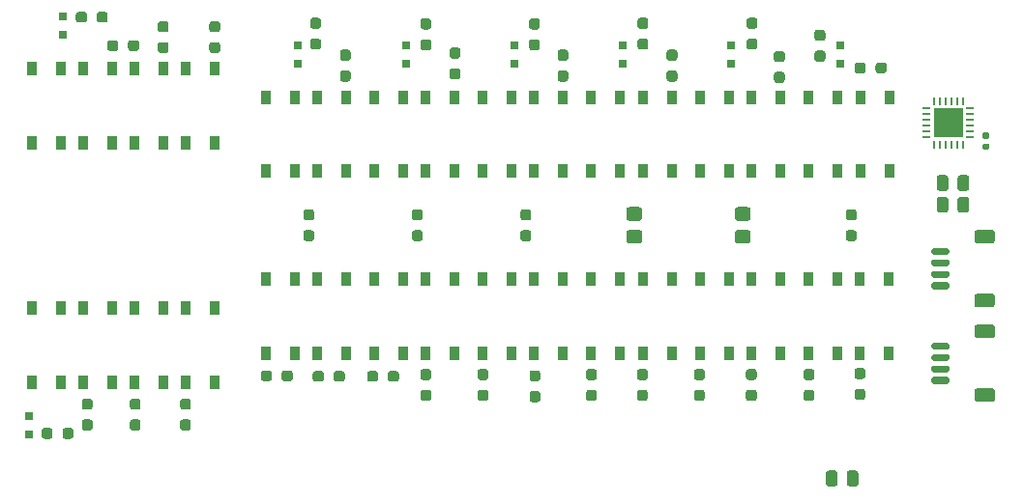
<source format=gtp>
G04 #@! TF.GenerationSoftware,KiCad,Pcbnew,(5.1.10)-1*
G04 #@! TF.CreationDate,2022-05-20T10:44:42-06:00*
G04 #@! TF.ProjectId,Calibrator_02_wResistors,43616c69-6272-4617-946f-725f30325f77,rev?*
G04 #@! TF.SameCoordinates,Original*
G04 #@! TF.FileFunction,Paste,Top*
G04 #@! TF.FilePolarity,Positive*
%FSLAX46Y46*%
G04 Gerber Fmt 4.6, Leading zero omitted, Abs format (unit mm)*
G04 Created by KiCad (PCBNEW (5.1.10)-1) date 2022-05-20 10:44:42*
%MOMM*%
%LPD*%
G01*
G04 APERTURE LIST*
%ADD10R,0.900000X1.199000*%
%ADD11R,0.280000X0.665000*%
%ADD12R,0.665000X0.280000*%
%ADD13R,2.650000X2.650000*%
%ADD14R,0.800000X0.800000*%
G04 APERTURE END LIST*
G36*
G01*
X78012500Y-14337500D02*
X78487500Y-14337500D01*
G75*
G02*
X78725000Y-14575000I0J-237500D01*
G01*
X78725000Y-15075000D01*
G75*
G02*
X78487500Y-15312500I-237500J0D01*
G01*
X78012500Y-15312500D01*
G75*
G02*
X77775000Y-15075000I0J237500D01*
G01*
X77775000Y-14575000D01*
G75*
G02*
X78012500Y-14337500I237500J0D01*
G01*
G37*
G36*
G01*
X78012500Y-12512500D02*
X78487500Y-12512500D01*
G75*
G02*
X78725000Y-12750000I0J-237500D01*
G01*
X78725000Y-13250000D01*
G75*
G02*
X78487500Y-13487500I-237500J0D01*
G01*
X78012500Y-13487500D01*
G75*
G02*
X77775000Y-13250000I0J237500D01*
G01*
X77775000Y-12750000D01*
G75*
G02*
X78012500Y-12512500I237500J0D01*
G01*
G37*
G36*
G01*
X73562500Y-14425000D02*
X74037500Y-14425000D01*
G75*
G02*
X74275000Y-14662500I0J-237500D01*
G01*
X74275000Y-15162500D01*
G75*
G02*
X74037500Y-15400000I-237500J0D01*
G01*
X73562500Y-15400000D01*
G75*
G02*
X73325000Y-15162500I0J237500D01*
G01*
X73325000Y-14662500D01*
G75*
G02*
X73562500Y-14425000I237500J0D01*
G01*
G37*
G36*
G01*
X73562500Y-12600000D02*
X74037500Y-12600000D01*
G75*
G02*
X74275000Y-12837500I0J-237500D01*
G01*
X74275000Y-13337500D01*
G75*
G02*
X74037500Y-13575000I-237500J0D01*
G01*
X73562500Y-13575000D01*
G75*
G02*
X73325000Y-13337500I0J237500D01*
G01*
X73325000Y-12837500D01*
G75*
G02*
X73562500Y-12600000I237500J0D01*
G01*
G37*
G36*
G01*
X68512500Y-14425000D02*
X68987500Y-14425000D01*
G75*
G02*
X69225000Y-14662500I0J-237500D01*
G01*
X69225000Y-15162500D01*
G75*
G02*
X68987500Y-15400000I-237500J0D01*
G01*
X68512500Y-15400000D01*
G75*
G02*
X68275000Y-15162500I0J237500D01*
G01*
X68275000Y-14662500D01*
G75*
G02*
X68512500Y-14425000I237500J0D01*
G01*
G37*
G36*
G01*
X68512500Y-12600000D02*
X68987500Y-12600000D01*
G75*
G02*
X69225000Y-12837500I0J-237500D01*
G01*
X69225000Y-13337500D01*
G75*
G02*
X68987500Y-13575000I-237500J0D01*
G01*
X68512500Y-13575000D01*
G75*
G02*
X68275000Y-13337500I0J237500D01*
G01*
X68275000Y-12837500D01*
G75*
G02*
X68512500Y-12600000I237500J0D01*
G01*
G37*
G36*
G01*
X63962500Y-14425000D02*
X64437500Y-14425000D01*
G75*
G02*
X64675000Y-14662500I0J-237500D01*
G01*
X64675000Y-15162500D01*
G75*
G02*
X64437500Y-15400000I-237500J0D01*
G01*
X63962500Y-15400000D01*
G75*
G02*
X63725000Y-15162500I0J237500D01*
G01*
X63725000Y-14662500D01*
G75*
G02*
X63962500Y-14425000I237500J0D01*
G01*
G37*
G36*
G01*
X63962500Y-12600000D02*
X64437500Y-12600000D01*
G75*
G02*
X64675000Y-12837500I0J-237500D01*
G01*
X64675000Y-13337500D01*
G75*
G02*
X64437500Y-13575000I-237500J0D01*
G01*
X63962500Y-13575000D01*
G75*
G02*
X63725000Y-13337500I0J237500D01*
G01*
X63725000Y-12837500D01*
G75*
G02*
X63962500Y-12600000I237500J0D01*
G01*
G37*
G36*
G01*
X58962500Y-14425000D02*
X59437500Y-14425000D01*
G75*
G02*
X59675000Y-14662500I0J-237500D01*
G01*
X59675000Y-15162500D01*
G75*
G02*
X59437500Y-15400000I-237500J0D01*
G01*
X58962500Y-15400000D01*
G75*
G02*
X58725000Y-15162500I0J237500D01*
G01*
X58725000Y-14662500D01*
G75*
G02*
X58962500Y-14425000I237500J0D01*
G01*
G37*
G36*
G01*
X58962500Y-12600000D02*
X59437500Y-12600000D01*
G75*
G02*
X59675000Y-12837500I0J-237500D01*
G01*
X59675000Y-13337500D01*
G75*
G02*
X59437500Y-13575000I-237500J0D01*
G01*
X58962500Y-13575000D01*
G75*
G02*
X58725000Y-13337500I0J237500D01*
G01*
X58725000Y-12837500D01*
G75*
G02*
X58962500Y-12600000I237500J0D01*
G01*
G37*
G36*
G01*
X54512500Y-14425000D02*
X54987500Y-14425000D01*
G75*
G02*
X55225000Y-14662500I0J-237500D01*
G01*
X55225000Y-15162500D01*
G75*
G02*
X54987500Y-15400000I-237500J0D01*
G01*
X54512500Y-15400000D01*
G75*
G02*
X54275000Y-15162500I0J237500D01*
G01*
X54275000Y-14662500D01*
G75*
G02*
X54512500Y-14425000I237500J0D01*
G01*
G37*
G36*
G01*
X54512500Y-12600000D02*
X54987500Y-12600000D01*
G75*
G02*
X55225000Y-12837500I0J-237500D01*
G01*
X55225000Y-13337500D01*
G75*
G02*
X54987500Y-13575000I-237500J0D01*
G01*
X54512500Y-13575000D01*
G75*
G02*
X54275000Y-13337500I0J237500D01*
G01*
X54275000Y-12837500D01*
G75*
G02*
X54512500Y-12600000I237500J0D01*
G01*
G37*
G36*
G01*
X49562500Y-14537500D02*
X50037500Y-14537500D01*
G75*
G02*
X50275000Y-14775000I0J-237500D01*
G01*
X50275000Y-15275000D01*
G75*
G02*
X50037500Y-15512500I-237500J0D01*
G01*
X49562500Y-15512500D01*
G75*
G02*
X49325000Y-15275000I0J237500D01*
G01*
X49325000Y-14775000D01*
G75*
G02*
X49562500Y-14537500I237500J0D01*
G01*
G37*
G36*
G01*
X49562500Y-12712500D02*
X50037500Y-12712500D01*
G75*
G02*
X50275000Y-12950000I0J-237500D01*
G01*
X50275000Y-13450000D01*
G75*
G02*
X50037500Y-13687500I-237500J0D01*
G01*
X49562500Y-13687500D01*
G75*
G02*
X49325000Y-13450000I0J237500D01*
G01*
X49325000Y-12950000D01*
G75*
G02*
X49562500Y-12712500I237500J0D01*
G01*
G37*
G36*
G01*
X45012500Y-14425000D02*
X45487500Y-14425000D01*
G75*
G02*
X45725000Y-14662500I0J-237500D01*
G01*
X45725000Y-15162500D01*
G75*
G02*
X45487500Y-15400000I-237500J0D01*
G01*
X45012500Y-15400000D01*
G75*
G02*
X44775000Y-15162500I0J237500D01*
G01*
X44775000Y-14662500D01*
G75*
G02*
X45012500Y-14425000I237500J0D01*
G01*
G37*
G36*
G01*
X45012500Y-12600000D02*
X45487500Y-12600000D01*
G75*
G02*
X45725000Y-12837500I0J-237500D01*
G01*
X45725000Y-13337500D01*
G75*
G02*
X45487500Y-13575000I-237500J0D01*
G01*
X45012500Y-13575000D01*
G75*
G02*
X44775000Y-13337500I0J237500D01*
G01*
X44775000Y-12837500D01*
G75*
G02*
X45012500Y-12600000I237500J0D01*
G01*
G37*
G36*
G01*
X40012500Y-14425000D02*
X40487500Y-14425000D01*
G75*
G02*
X40725000Y-14662500I0J-237500D01*
G01*
X40725000Y-15162500D01*
G75*
G02*
X40487500Y-15400000I-237500J0D01*
G01*
X40012500Y-15400000D01*
G75*
G02*
X39775000Y-15162500I0J237500D01*
G01*
X39775000Y-14662500D01*
G75*
G02*
X40012500Y-14425000I237500J0D01*
G01*
G37*
G36*
G01*
X40012500Y-12600000D02*
X40487500Y-12600000D01*
G75*
G02*
X40725000Y-12837500I0J-237500D01*
G01*
X40725000Y-13337500D01*
G75*
G02*
X40487500Y-13575000I-237500J0D01*
G01*
X40012500Y-13575000D01*
G75*
G02*
X39775000Y-13337500I0J237500D01*
G01*
X39775000Y-12837500D01*
G75*
G02*
X40012500Y-12600000I237500J0D01*
G01*
G37*
G36*
G01*
X36925000Y-13487500D02*
X36925000Y-13012500D01*
G75*
G02*
X37162500Y-12775000I237500J0D01*
G01*
X37662500Y-12775000D01*
G75*
G02*
X37900000Y-13012500I0J-237500D01*
G01*
X37900000Y-13487500D01*
G75*
G02*
X37662500Y-13725000I-237500J0D01*
G01*
X37162500Y-13725000D01*
G75*
G02*
X36925000Y-13487500I0J237500D01*
G01*
G37*
G36*
G01*
X35100000Y-13487500D02*
X35100000Y-13012500D01*
G75*
G02*
X35337500Y-12775000I237500J0D01*
G01*
X35837500Y-12775000D01*
G75*
G02*
X36075000Y-13012500I0J-237500D01*
G01*
X36075000Y-13487500D01*
G75*
G02*
X35837500Y-13725000I-237500J0D01*
G01*
X35337500Y-13725000D01*
G75*
G02*
X35100000Y-13487500I0J237500D01*
G01*
G37*
G36*
G01*
X32175000Y-13487500D02*
X32175000Y-13012500D01*
G75*
G02*
X32412500Y-12775000I237500J0D01*
G01*
X32912500Y-12775000D01*
G75*
G02*
X33150000Y-13012500I0J-237500D01*
G01*
X33150000Y-13487500D01*
G75*
G02*
X32912500Y-13725000I-237500J0D01*
G01*
X32412500Y-13725000D01*
G75*
G02*
X32175000Y-13487500I0J237500D01*
G01*
G37*
G36*
G01*
X30350000Y-13487500D02*
X30350000Y-13012500D01*
G75*
G02*
X30587500Y-12775000I237500J0D01*
G01*
X31087500Y-12775000D01*
G75*
G02*
X31325000Y-13012500I0J-237500D01*
G01*
X31325000Y-13487500D01*
G75*
G02*
X31087500Y-13725000I-237500J0D01*
G01*
X30587500Y-13725000D01*
G75*
G02*
X30350000Y-13487500I0J237500D01*
G01*
G37*
G36*
G01*
X27625000Y-13437500D02*
X27625000Y-12962500D01*
G75*
G02*
X27862500Y-12725000I237500J0D01*
G01*
X28362500Y-12725000D01*
G75*
G02*
X28600000Y-12962500I0J-237500D01*
G01*
X28600000Y-13437500D01*
G75*
G02*
X28362500Y-13675000I-237500J0D01*
G01*
X27862500Y-13675000D01*
G75*
G02*
X27625000Y-13437500I0J237500D01*
G01*
G37*
G36*
G01*
X25800000Y-13437500D02*
X25800000Y-12962500D01*
G75*
G02*
X26037500Y-12725000I237500J0D01*
G01*
X26537500Y-12725000D01*
G75*
G02*
X26775000Y-12962500I0J-237500D01*
G01*
X26775000Y-13437500D01*
G75*
G02*
X26537500Y-13675000I-237500J0D01*
G01*
X26037500Y-13675000D01*
G75*
G02*
X25800000Y-13437500I0J237500D01*
G01*
G37*
G36*
G01*
X79625000Y13562500D02*
X79625000Y14037500D01*
G75*
G02*
X79862500Y14275000I237500J0D01*
G01*
X80362500Y14275000D01*
G75*
G02*
X80600000Y14037500I0J-237500D01*
G01*
X80600000Y13562500D01*
G75*
G02*
X80362500Y13325000I-237500J0D01*
G01*
X79862500Y13325000D01*
G75*
G02*
X79625000Y13562500I0J237500D01*
G01*
G37*
G36*
G01*
X77800000Y13562500D02*
X77800000Y14037500D01*
G75*
G02*
X78037500Y14275000I237500J0D01*
G01*
X78537500Y14275000D01*
G75*
G02*
X78775000Y14037500I0J-237500D01*
G01*
X78775000Y13562500D01*
G75*
G02*
X78537500Y13325000I-237500J0D01*
G01*
X78037500Y13325000D01*
G75*
G02*
X77800000Y13562500I0J237500D01*
G01*
G37*
G36*
G01*
X70962500Y13462500D02*
X71437500Y13462500D01*
G75*
G02*
X71675000Y13225000I0J-237500D01*
G01*
X71675000Y12725000D01*
G75*
G02*
X71437500Y12487500I-237500J0D01*
G01*
X70962500Y12487500D01*
G75*
G02*
X70725000Y12725000I0J237500D01*
G01*
X70725000Y13225000D01*
G75*
G02*
X70962500Y13462500I237500J0D01*
G01*
G37*
G36*
G01*
X70962500Y15287500D02*
X71437500Y15287500D01*
G75*
G02*
X71675000Y15050000I0J-237500D01*
G01*
X71675000Y14550000D01*
G75*
G02*
X71437500Y14312500I-237500J0D01*
G01*
X70962500Y14312500D01*
G75*
G02*
X70725000Y14550000I0J237500D01*
G01*
X70725000Y15050000D01*
G75*
G02*
X70962500Y15287500I237500J0D01*
G01*
G37*
G36*
G01*
X61562500Y13575000D02*
X62037500Y13575000D01*
G75*
G02*
X62275000Y13337500I0J-237500D01*
G01*
X62275000Y12837500D01*
G75*
G02*
X62037500Y12600000I-237500J0D01*
G01*
X61562500Y12600000D01*
G75*
G02*
X61325000Y12837500I0J237500D01*
G01*
X61325000Y13337500D01*
G75*
G02*
X61562500Y13575000I237500J0D01*
G01*
G37*
G36*
G01*
X61562500Y15400000D02*
X62037500Y15400000D01*
G75*
G02*
X62275000Y15162500I0J-237500D01*
G01*
X62275000Y14662500D01*
G75*
G02*
X62037500Y14425000I-237500J0D01*
G01*
X61562500Y14425000D01*
G75*
G02*
X61325000Y14662500I0J237500D01*
G01*
X61325000Y15162500D01*
G75*
G02*
X61562500Y15400000I237500J0D01*
G01*
G37*
G36*
G01*
X52012500Y13575000D02*
X52487500Y13575000D01*
G75*
G02*
X52725000Y13337500I0J-237500D01*
G01*
X52725000Y12837500D01*
G75*
G02*
X52487500Y12600000I-237500J0D01*
G01*
X52012500Y12600000D01*
G75*
G02*
X51775000Y12837500I0J237500D01*
G01*
X51775000Y13337500D01*
G75*
G02*
X52012500Y13575000I237500J0D01*
G01*
G37*
G36*
G01*
X52012500Y15400000D02*
X52487500Y15400000D01*
G75*
G02*
X52725000Y15162500I0J-237500D01*
G01*
X52725000Y14662500D01*
G75*
G02*
X52487500Y14425000I-237500J0D01*
G01*
X52012500Y14425000D01*
G75*
G02*
X51775000Y14662500I0J237500D01*
G01*
X51775000Y15162500D01*
G75*
G02*
X52012500Y15400000I237500J0D01*
G01*
G37*
G36*
G01*
X42562500Y13775000D02*
X43037500Y13775000D01*
G75*
G02*
X43275000Y13537500I0J-237500D01*
G01*
X43275000Y13037500D01*
G75*
G02*
X43037500Y12800000I-237500J0D01*
G01*
X42562500Y12800000D01*
G75*
G02*
X42325000Y13037500I0J237500D01*
G01*
X42325000Y13537500D01*
G75*
G02*
X42562500Y13775000I237500J0D01*
G01*
G37*
G36*
G01*
X42562500Y15600000D02*
X43037500Y15600000D01*
G75*
G02*
X43275000Y15362500I0J-237500D01*
G01*
X43275000Y14862500D01*
G75*
G02*
X43037500Y14625000I-237500J0D01*
G01*
X42562500Y14625000D01*
G75*
G02*
X42325000Y14862500I0J237500D01*
G01*
X42325000Y15362500D01*
G75*
G02*
X42562500Y15600000I237500J0D01*
G01*
G37*
G36*
G01*
X32962500Y13575000D02*
X33437500Y13575000D01*
G75*
G02*
X33675000Y13337500I0J-237500D01*
G01*
X33675000Y12837500D01*
G75*
G02*
X33437500Y12600000I-237500J0D01*
G01*
X32962500Y12600000D01*
G75*
G02*
X32725000Y12837500I0J237500D01*
G01*
X32725000Y13337500D01*
G75*
G02*
X32962500Y13575000I237500J0D01*
G01*
G37*
G36*
G01*
X32962500Y15400000D02*
X33437500Y15400000D01*
G75*
G02*
X33675000Y15162500I0J-237500D01*
G01*
X33675000Y14662500D01*
G75*
G02*
X33437500Y14425000I-237500J0D01*
G01*
X32962500Y14425000D01*
G75*
G02*
X32725000Y14662500I0J237500D01*
G01*
X32725000Y15162500D01*
G75*
G02*
X32962500Y15400000I237500J0D01*
G01*
G37*
G36*
G01*
X74512500Y15325000D02*
X74987500Y15325000D01*
G75*
G02*
X75225000Y15087500I0J-237500D01*
G01*
X75225000Y14587500D01*
G75*
G02*
X74987500Y14350000I-237500J0D01*
G01*
X74512500Y14350000D01*
G75*
G02*
X74275000Y14587500I0J237500D01*
G01*
X74275000Y15087500D01*
G75*
G02*
X74512500Y15325000I237500J0D01*
G01*
G37*
G36*
G01*
X74512500Y17150000D02*
X74987500Y17150000D01*
G75*
G02*
X75225000Y16912500I0J-237500D01*
G01*
X75225000Y16412500D01*
G75*
G02*
X74987500Y16175000I-237500J0D01*
G01*
X74512500Y16175000D01*
G75*
G02*
X74275000Y16412500I0J237500D01*
G01*
X74275000Y16912500D01*
G75*
G02*
X74512500Y17150000I237500J0D01*
G01*
G37*
G36*
G01*
X68562500Y16375000D02*
X69037500Y16375000D01*
G75*
G02*
X69275000Y16137500I0J-237500D01*
G01*
X69275000Y15637500D01*
G75*
G02*
X69037500Y15400000I-237500J0D01*
G01*
X68562500Y15400000D01*
G75*
G02*
X68325000Y15637500I0J237500D01*
G01*
X68325000Y16137500D01*
G75*
G02*
X68562500Y16375000I237500J0D01*
G01*
G37*
G36*
G01*
X68562500Y18200000D02*
X69037500Y18200000D01*
G75*
G02*
X69275000Y17962500I0J-237500D01*
G01*
X69275000Y17462500D01*
G75*
G02*
X69037500Y17225000I-237500J0D01*
G01*
X68562500Y17225000D01*
G75*
G02*
X68325000Y17462500I0J237500D01*
G01*
X68325000Y17962500D01*
G75*
G02*
X68562500Y18200000I237500J0D01*
G01*
G37*
G36*
G01*
X59012500Y16375000D02*
X59487500Y16375000D01*
G75*
G02*
X59725000Y16137500I0J-237500D01*
G01*
X59725000Y15637500D01*
G75*
G02*
X59487500Y15400000I-237500J0D01*
G01*
X59012500Y15400000D01*
G75*
G02*
X58775000Y15637500I0J237500D01*
G01*
X58775000Y16137500D01*
G75*
G02*
X59012500Y16375000I237500J0D01*
G01*
G37*
G36*
G01*
X59012500Y18200000D02*
X59487500Y18200000D01*
G75*
G02*
X59725000Y17962500I0J-237500D01*
G01*
X59725000Y17462500D01*
G75*
G02*
X59487500Y17225000I-237500J0D01*
G01*
X59012500Y17225000D01*
G75*
G02*
X58775000Y17462500I0J237500D01*
G01*
X58775000Y17962500D01*
G75*
G02*
X59012500Y18200000I237500J0D01*
G01*
G37*
G36*
G01*
X49512500Y16325000D02*
X49987500Y16325000D01*
G75*
G02*
X50225000Y16087500I0J-237500D01*
G01*
X50225000Y15587500D01*
G75*
G02*
X49987500Y15350000I-237500J0D01*
G01*
X49512500Y15350000D01*
G75*
G02*
X49275000Y15587500I0J237500D01*
G01*
X49275000Y16087500D01*
G75*
G02*
X49512500Y16325000I237500J0D01*
G01*
G37*
G36*
G01*
X49512500Y18150000D02*
X49987500Y18150000D01*
G75*
G02*
X50225000Y17912500I0J-237500D01*
G01*
X50225000Y17412500D01*
G75*
G02*
X49987500Y17175000I-237500J0D01*
G01*
X49512500Y17175000D01*
G75*
G02*
X49275000Y17412500I0J237500D01*
G01*
X49275000Y17912500D01*
G75*
G02*
X49512500Y18150000I237500J0D01*
G01*
G37*
G36*
G01*
X40012500Y16325000D02*
X40487500Y16325000D01*
G75*
G02*
X40725000Y16087500I0J-237500D01*
G01*
X40725000Y15587500D01*
G75*
G02*
X40487500Y15350000I-237500J0D01*
G01*
X40012500Y15350000D01*
G75*
G02*
X39775000Y15587500I0J237500D01*
G01*
X39775000Y16087500D01*
G75*
G02*
X40012500Y16325000I237500J0D01*
G01*
G37*
G36*
G01*
X40012500Y18150000D02*
X40487500Y18150000D01*
G75*
G02*
X40725000Y17912500I0J-237500D01*
G01*
X40725000Y17412500D01*
G75*
G02*
X40487500Y17175000I-237500J0D01*
G01*
X40012500Y17175000D01*
G75*
G02*
X39775000Y17412500I0J237500D01*
G01*
X39775000Y17912500D01*
G75*
G02*
X40012500Y18150000I237500J0D01*
G01*
G37*
G36*
G01*
X30362500Y16375000D02*
X30837500Y16375000D01*
G75*
G02*
X31075000Y16137500I0J-237500D01*
G01*
X31075000Y15637500D01*
G75*
G02*
X30837500Y15400000I-237500J0D01*
G01*
X30362500Y15400000D01*
G75*
G02*
X30125000Y15637500I0J237500D01*
G01*
X30125000Y16137500D01*
G75*
G02*
X30362500Y16375000I237500J0D01*
G01*
G37*
G36*
G01*
X30362500Y18200000D02*
X30837500Y18200000D01*
G75*
G02*
X31075000Y17962500I0J-237500D01*
G01*
X31075000Y17462500D01*
G75*
G02*
X30837500Y17225000I-237500J0D01*
G01*
X30362500Y17225000D01*
G75*
G02*
X30125000Y17462500I0J237500D01*
G01*
X30125000Y17962500D01*
G75*
G02*
X30362500Y18200000I237500J0D01*
G01*
G37*
G36*
G01*
X11425000Y18012500D02*
X11425000Y18487500D01*
G75*
G02*
X11662500Y18725000I237500J0D01*
G01*
X12162500Y18725000D01*
G75*
G02*
X12400000Y18487500I0J-237500D01*
G01*
X12400000Y18012500D01*
G75*
G02*
X12162500Y17775000I-237500J0D01*
G01*
X11662500Y17775000D01*
G75*
G02*
X11425000Y18012500I0J237500D01*
G01*
G37*
G36*
G01*
X9600000Y18012500D02*
X9600000Y18487500D01*
G75*
G02*
X9837500Y18725000I237500J0D01*
G01*
X10337500Y18725000D01*
G75*
G02*
X10575000Y18487500I0J-237500D01*
G01*
X10575000Y18012500D01*
G75*
G02*
X10337500Y17775000I-237500J0D01*
G01*
X9837500Y17775000D01*
G75*
G02*
X9600000Y18012500I0J237500D01*
G01*
G37*
G36*
G01*
X17487500Y16925000D02*
X17012500Y16925000D01*
G75*
G02*
X16775000Y17162500I0J237500D01*
G01*
X16775000Y17662500D01*
G75*
G02*
X17012500Y17900000I237500J0D01*
G01*
X17487500Y17900000D01*
G75*
G02*
X17725000Y17662500I0J-237500D01*
G01*
X17725000Y17162500D01*
G75*
G02*
X17487500Y16925000I-237500J0D01*
G01*
G37*
G36*
G01*
X17487500Y15100000D02*
X17012500Y15100000D01*
G75*
G02*
X16775000Y15337500I0J237500D01*
G01*
X16775000Y15837500D01*
G75*
G02*
X17012500Y16075000I237500J0D01*
G01*
X17487500Y16075000D01*
G75*
G02*
X17725000Y15837500I0J-237500D01*
G01*
X17725000Y15337500D01*
G75*
G02*
X17487500Y15100000I-237500J0D01*
G01*
G37*
G36*
G01*
X14175000Y15512500D02*
X14175000Y15987500D01*
G75*
G02*
X14412500Y16225000I237500J0D01*
G01*
X14912500Y16225000D01*
G75*
G02*
X15150000Y15987500I0J-237500D01*
G01*
X15150000Y15512500D01*
G75*
G02*
X14912500Y15275000I-237500J0D01*
G01*
X14412500Y15275000D01*
G75*
G02*
X14175000Y15512500I0J237500D01*
G01*
G37*
G36*
G01*
X12350000Y15512500D02*
X12350000Y15987500D01*
G75*
G02*
X12587500Y16225000I237500J0D01*
G01*
X13087500Y16225000D01*
G75*
G02*
X13325000Y15987500I0J-237500D01*
G01*
X13325000Y15512500D01*
G75*
G02*
X13087500Y15275000I-237500J0D01*
G01*
X12587500Y15275000D01*
G75*
G02*
X12350000Y15512500I0J237500D01*
G01*
G37*
G36*
G01*
X21997500Y16925000D02*
X21522500Y16925000D01*
G75*
G02*
X21285000Y17162500I0J237500D01*
G01*
X21285000Y17662500D01*
G75*
G02*
X21522500Y17900000I237500J0D01*
G01*
X21997500Y17900000D01*
G75*
G02*
X22235000Y17662500I0J-237500D01*
G01*
X22235000Y17162500D01*
G75*
G02*
X21997500Y16925000I-237500J0D01*
G01*
G37*
G36*
G01*
X21997500Y15100000D02*
X21522500Y15100000D01*
G75*
G02*
X21285000Y15337500I0J237500D01*
G01*
X21285000Y15837500D01*
G75*
G02*
X21522500Y16075000I237500J0D01*
G01*
X21997500Y16075000D01*
G75*
G02*
X22235000Y15837500I0J-237500D01*
G01*
X22235000Y15337500D01*
G75*
G02*
X21997500Y15100000I-237500J0D01*
G01*
G37*
G36*
G01*
X10837500Y-16175000D02*
X10362500Y-16175000D01*
G75*
G02*
X10125000Y-15937500I0J237500D01*
G01*
X10125000Y-15437500D01*
G75*
G02*
X10362500Y-15200000I237500J0D01*
G01*
X10837500Y-15200000D01*
G75*
G02*
X11075000Y-15437500I0J-237500D01*
G01*
X11075000Y-15937500D01*
G75*
G02*
X10837500Y-16175000I-237500J0D01*
G01*
G37*
G36*
G01*
X10837500Y-18000000D02*
X10362500Y-18000000D01*
G75*
G02*
X10125000Y-17762500I0J237500D01*
G01*
X10125000Y-17262500D01*
G75*
G02*
X10362500Y-17025000I237500J0D01*
G01*
X10837500Y-17025000D01*
G75*
G02*
X11075000Y-17262500I0J-237500D01*
G01*
X11075000Y-17762500D01*
G75*
G02*
X10837500Y-18000000I-237500J0D01*
G01*
G37*
G36*
G01*
X15037500Y-16175000D02*
X14562500Y-16175000D01*
G75*
G02*
X14325000Y-15937500I0J237500D01*
G01*
X14325000Y-15437500D01*
G75*
G02*
X14562500Y-15200000I237500J0D01*
G01*
X15037500Y-15200000D01*
G75*
G02*
X15275000Y-15437500I0J-237500D01*
G01*
X15275000Y-15937500D01*
G75*
G02*
X15037500Y-16175000I-237500J0D01*
G01*
G37*
G36*
G01*
X15037500Y-18000000D02*
X14562500Y-18000000D01*
G75*
G02*
X14325000Y-17762500I0J237500D01*
G01*
X14325000Y-17262500D01*
G75*
G02*
X14562500Y-17025000I237500J0D01*
G01*
X15037500Y-17025000D01*
G75*
G02*
X15275000Y-17262500I0J-237500D01*
G01*
X15275000Y-17762500D01*
G75*
G02*
X15037500Y-18000000I-237500J0D01*
G01*
G37*
G36*
G01*
X19437500Y-16175000D02*
X18962500Y-16175000D01*
G75*
G02*
X18725000Y-15937500I0J237500D01*
G01*
X18725000Y-15437500D01*
G75*
G02*
X18962500Y-15200000I237500J0D01*
G01*
X19437500Y-15200000D01*
G75*
G02*
X19675000Y-15437500I0J-237500D01*
G01*
X19675000Y-15937500D01*
G75*
G02*
X19437500Y-16175000I-237500J0D01*
G01*
G37*
G36*
G01*
X19437500Y-18000000D02*
X18962500Y-18000000D01*
G75*
G02*
X18725000Y-17762500I0J237500D01*
G01*
X18725000Y-17262500D01*
G75*
G02*
X18962500Y-17025000I237500J0D01*
G01*
X19437500Y-17025000D01*
G75*
G02*
X19675000Y-17262500I0J-237500D01*
G01*
X19675000Y-17762500D01*
G75*
G02*
X19437500Y-18000000I-237500J0D01*
G01*
G37*
G36*
G01*
X7575000Y-18012500D02*
X7575000Y-18487500D01*
G75*
G02*
X7337500Y-18725000I-237500J0D01*
G01*
X6837500Y-18725000D01*
G75*
G02*
X6600000Y-18487500I0J237500D01*
G01*
X6600000Y-18012500D01*
G75*
G02*
X6837500Y-17775000I237500J0D01*
G01*
X7337500Y-17775000D01*
G75*
G02*
X7575000Y-18012500I0J-237500D01*
G01*
G37*
G36*
G01*
X9400000Y-18012500D02*
X9400000Y-18487500D01*
G75*
G02*
X9162500Y-18725000I-237500J0D01*
G01*
X8662500Y-18725000D01*
G75*
G02*
X8425000Y-18487500I0J237500D01*
G01*
X8425000Y-18012500D01*
G75*
G02*
X8662500Y-17775000I237500J0D01*
G01*
X9162500Y-17775000D01*
G75*
G02*
X9400000Y-18012500I0J-237500D01*
G01*
G37*
D10*
X78230000Y-4750000D03*
X80770000Y-4750000D03*
X80770000Y-11250000D03*
X78230000Y-11250000D03*
X80870000Y4750000D03*
X78330000Y4750000D03*
X78330000Y11250000D03*
X80870000Y11250000D03*
X73730000Y-4750000D03*
X76270000Y-4750000D03*
X76270000Y-11250000D03*
X73730000Y-11250000D03*
X76270000Y4750000D03*
X73730000Y4750000D03*
X73730000Y11250000D03*
X76270000Y11250000D03*
X68730000Y-4750000D03*
X71270000Y-4750000D03*
X71270000Y-11250000D03*
X68730000Y-11250000D03*
X71270000Y4750000D03*
X68730000Y4750000D03*
X68730000Y11250000D03*
X71270000Y11250000D03*
X64230000Y-4750000D03*
X66770000Y-4750000D03*
X66770000Y-11250000D03*
X64230000Y-11250000D03*
X66770000Y4750000D03*
X64230000Y4750000D03*
X64230000Y11250000D03*
X66770000Y11250000D03*
X59230000Y-4750000D03*
X61770000Y-4750000D03*
X61770000Y-11250000D03*
X59230000Y-11250000D03*
X61770000Y4750000D03*
X59230000Y4750000D03*
X59230000Y11250000D03*
X61770000Y11250000D03*
X54730000Y-4750000D03*
X57270000Y-4750000D03*
X57270000Y-11250000D03*
X54730000Y-11250000D03*
X57270000Y4750000D03*
X54730000Y4750000D03*
X54730000Y11250000D03*
X57270000Y11250000D03*
X49730000Y-4750000D03*
X52270000Y-4750000D03*
X52270000Y-11250000D03*
X49730000Y-11250000D03*
X45230000Y-4750000D03*
X47770000Y-4750000D03*
X47770000Y-11250000D03*
X45230000Y-11250000D03*
X40230000Y-4750000D03*
X42770000Y-4750000D03*
X42770000Y-11250000D03*
X40230000Y-11250000D03*
X35730000Y-4750000D03*
X38270000Y-4750000D03*
X38270000Y-11250000D03*
X35730000Y-11250000D03*
X30730000Y-4750000D03*
X33270000Y-4750000D03*
X33270000Y-11250000D03*
X30730000Y-11250000D03*
X26230000Y-4750000D03*
X28770000Y-4750000D03*
X28770000Y-11250000D03*
X26230000Y-11250000D03*
X52270000Y4750000D03*
X49730000Y4750000D03*
X49730000Y11250000D03*
X52270000Y11250000D03*
X47770000Y4750000D03*
X45230000Y4750000D03*
X45230000Y11250000D03*
X47770000Y11250000D03*
X42770000Y4750000D03*
X40230000Y4750000D03*
X40230000Y11250000D03*
X42770000Y11250000D03*
X38270000Y4750000D03*
X35730000Y4750000D03*
X35730000Y11250000D03*
X38270000Y11250000D03*
X33270000Y4750000D03*
X30730000Y4750000D03*
X30730000Y11250000D03*
X33270000Y11250000D03*
X28770000Y4750000D03*
X26230000Y4750000D03*
X26230000Y11250000D03*
X28770000Y11250000D03*
D11*
X87250000Y10908000D03*
X86750000Y10908000D03*
X86250000Y10908000D03*
X85750000Y10908000D03*
X85250000Y10908000D03*
X84750000Y10908000D03*
D12*
X84092000Y10250000D03*
X84092000Y9750000D03*
X84092000Y9250000D03*
X84092000Y8750000D03*
X84092000Y8250000D03*
X84092000Y7750000D03*
D11*
X84750000Y7092000D03*
X85250000Y7092000D03*
X85750000Y7092000D03*
X86250000Y7092000D03*
X86750000Y7092000D03*
X87250000Y7092000D03*
D12*
X87908000Y7750000D03*
X87908000Y8250000D03*
X87908000Y8750000D03*
X87908000Y9250000D03*
X87908000Y9750000D03*
X87908000Y10250000D03*
D13*
X86000000Y9000000D03*
D10*
X17270000Y7250000D03*
X14730000Y7250000D03*
X14730000Y13750000D03*
X17270000Y13750000D03*
X12770000Y7250000D03*
X10230000Y7250000D03*
X10230000Y13750000D03*
X12770000Y13750000D03*
X8270000Y7250000D03*
X5730000Y7250000D03*
X5730000Y13750000D03*
X8270000Y13750000D03*
X21770000Y7250000D03*
X19230000Y7250000D03*
X19230000Y13750000D03*
X21770000Y13750000D03*
X10230000Y-7250000D03*
X12770000Y-7250000D03*
X12770000Y-13750000D03*
X10230000Y-13750000D03*
X5730000Y-7250000D03*
X8270000Y-7250000D03*
X8270000Y-13750000D03*
X5730000Y-13750000D03*
X14730000Y-7250000D03*
X17270000Y-7250000D03*
X17270000Y-13750000D03*
X14730000Y-13750000D03*
X19230000Y-7250000D03*
X21770000Y-7250000D03*
X21770000Y-13750000D03*
X19230000Y-13750000D03*
D14*
X76497000Y15799000D03*
X76503000Y14201000D03*
X66997000Y15799000D03*
X67003000Y14201000D03*
X57497000Y15799000D03*
X57503000Y14201000D03*
X47997000Y15799000D03*
X48003000Y14201000D03*
X38497000Y15799000D03*
X38503000Y14201000D03*
X28997000Y15799000D03*
X29003000Y14201000D03*
X5503000Y-18299000D03*
X5497000Y-16701000D03*
X8497000Y18299000D03*
X8503000Y16701000D03*
G36*
G01*
X77100000Y-22650002D02*
X77100000Y-21749998D01*
G75*
G02*
X77349998Y-21500000I249998J0D01*
G01*
X77875002Y-21500000D01*
G75*
G02*
X78125000Y-21749998I0J-249998D01*
G01*
X78125000Y-22650002D01*
G75*
G02*
X77875002Y-22900000I-249998J0D01*
G01*
X77349998Y-22900000D01*
G75*
G02*
X77100000Y-22650002I0J249998D01*
G01*
G37*
G36*
G01*
X75275000Y-22650002D02*
X75275000Y-21749998D01*
G75*
G02*
X75524998Y-21500000I249998J0D01*
G01*
X76050002Y-21500000D01*
G75*
G02*
X76300000Y-21749998I0J-249998D01*
G01*
X76300000Y-22650002D01*
G75*
G02*
X76050002Y-22900000I-249998J0D01*
G01*
X75524998Y-22900000D01*
G75*
G02*
X75275000Y-22650002I0J249998D01*
G01*
G37*
G36*
G01*
X86000000Y4150002D02*
X86000000Y3249998D01*
G75*
G02*
X85750002Y3000000I-249998J0D01*
G01*
X85224998Y3000000D01*
G75*
G02*
X84975000Y3249998I0J249998D01*
G01*
X84975000Y4150002D01*
G75*
G02*
X85224998Y4400000I249998J0D01*
G01*
X85750002Y4400000D01*
G75*
G02*
X86000000Y4150002I0J-249998D01*
G01*
G37*
G36*
G01*
X87825000Y4150002D02*
X87825000Y3249998D01*
G75*
G02*
X87575002Y3000000I-249998J0D01*
G01*
X87049998Y3000000D01*
G75*
G02*
X86800000Y3249998I0J249998D01*
G01*
X86800000Y4150002D01*
G75*
G02*
X87049998Y4400000I249998J0D01*
G01*
X87575002Y4400000D01*
G75*
G02*
X87825000Y4150002I0J-249998D01*
G01*
G37*
G36*
G01*
X77262500Y-425000D02*
X77737500Y-425000D01*
G75*
G02*
X77975000Y-662500I0J-237500D01*
G01*
X77975000Y-1162500D01*
G75*
G02*
X77737500Y-1400000I-237500J0D01*
G01*
X77262500Y-1400000D01*
G75*
G02*
X77025000Y-1162500I0J237500D01*
G01*
X77025000Y-662500D01*
G75*
G02*
X77262500Y-425000I237500J0D01*
G01*
G37*
G36*
G01*
X77262500Y1400000D02*
X77737500Y1400000D01*
G75*
G02*
X77975000Y1162500I0J-237500D01*
G01*
X77975000Y662500D01*
G75*
G02*
X77737500Y425000I-237500J0D01*
G01*
X77262500Y425000D01*
G75*
G02*
X77025000Y662500I0J237500D01*
G01*
X77025000Y1162500D01*
G75*
G02*
X77262500Y1400000I237500J0D01*
G01*
G37*
G36*
G01*
X86000000Y2250002D02*
X86000000Y1349998D01*
G75*
G02*
X85750002Y1100000I-249998J0D01*
G01*
X85224998Y1100000D01*
G75*
G02*
X84975000Y1349998I0J249998D01*
G01*
X84975000Y2250002D01*
G75*
G02*
X85224998Y2500000I249998J0D01*
G01*
X85750002Y2500000D01*
G75*
G02*
X86000000Y2250002I0J-249998D01*
G01*
G37*
G36*
G01*
X87825000Y2250002D02*
X87825000Y1349998D01*
G75*
G02*
X87575002Y1100000I-249998J0D01*
G01*
X87049998Y1100000D01*
G75*
G02*
X86800000Y1349998I0J249998D01*
G01*
X86800000Y2250002D01*
G75*
G02*
X87049998Y2500000I249998J0D01*
G01*
X87575002Y2500000D01*
G75*
G02*
X87825000Y2250002I0J-249998D01*
G01*
G37*
G36*
G01*
X67549999Y-400000D02*
X68450001Y-400000D01*
G75*
G02*
X68700000Y-649999I0J-249999D01*
G01*
X68700000Y-1350001D01*
G75*
G02*
X68450001Y-1600000I-249999J0D01*
G01*
X67549999Y-1600000D01*
G75*
G02*
X67300000Y-1350001I0J249999D01*
G01*
X67300000Y-649999D01*
G75*
G02*
X67549999Y-400000I249999J0D01*
G01*
G37*
G36*
G01*
X67549999Y1600000D02*
X68450001Y1600000D01*
G75*
G02*
X68700000Y1350001I0J-249999D01*
G01*
X68700000Y649999D01*
G75*
G02*
X68450001Y400000I-249999J0D01*
G01*
X67549999Y400000D01*
G75*
G02*
X67300000Y649999I0J249999D01*
G01*
X67300000Y1350001D01*
G75*
G02*
X67549999Y1600000I249999J0D01*
G01*
G37*
G36*
G01*
X58049999Y-400000D02*
X58950001Y-400000D01*
G75*
G02*
X59200000Y-649999I0J-249999D01*
G01*
X59200000Y-1350001D01*
G75*
G02*
X58950001Y-1600000I-249999J0D01*
G01*
X58049999Y-1600000D01*
G75*
G02*
X57800000Y-1350001I0J249999D01*
G01*
X57800000Y-649999D01*
G75*
G02*
X58049999Y-400000I249999J0D01*
G01*
G37*
G36*
G01*
X58049999Y1600000D02*
X58950001Y1600000D01*
G75*
G02*
X59200000Y1350001I0J-249999D01*
G01*
X59200000Y649999D01*
G75*
G02*
X58950001Y400000I-249999J0D01*
G01*
X58049999Y400000D01*
G75*
G02*
X57800000Y649999I0J249999D01*
G01*
X57800000Y1350001D01*
G75*
G02*
X58049999Y1600000I249999J0D01*
G01*
G37*
G36*
G01*
X48762500Y-425000D02*
X49237500Y-425000D01*
G75*
G02*
X49475000Y-662500I0J-237500D01*
G01*
X49475000Y-1162500D01*
G75*
G02*
X49237500Y-1400000I-237500J0D01*
G01*
X48762500Y-1400000D01*
G75*
G02*
X48525000Y-1162500I0J237500D01*
G01*
X48525000Y-662500D01*
G75*
G02*
X48762500Y-425000I237500J0D01*
G01*
G37*
G36*
G01*
X48762500Y1400000D02*
X49237500Y1400000D01*
G75*
G02*
X49475000Y1162500I0J-237500D01*
G01*
X49475000Y662500D01*
G75*
G02*
X49237500Y425000I-237500J0D01*
G01*
X48762500Y425000D01*
G75*
G02*
X48525000Y662500I0J237500D01*
G01*
X48525000Y1162500D01*
G75*
G02*
X48762500Y1400000I237500J0D01*
G01*
G37*
G36*
G01*
X39262500Y-425000D02*
X39737500Y-425000D01*
G75*
G02*
X39975000Y-662500I0J-237500D01*
G01*
X39975000Y-1162500D01*
G75*
G02*
X39737500Y-1400000I-237500J0D01*
G01*
X39262500Y-1400000D01*
G75*
G02*
X39025000Y-1162500I0J237500D01*
G01*
X39025000Y-662500D01*
G75*
G02*
X39262500Y-425000I237500J0D01*
G01*
G37*
G36*
G01*
X39262500Y1400000D02*
X39737500Y1400000D01*
G75*
G02*
X39975000Y1162500I0J-237500D01*
G01*
X39975000Y662500D01*
G75*
G02*
X39737500Y425000I-237500J0D01*
G01*
X39262500Y425000D01*
G75*
G02*
X39025000Y662500I0J237500D01*
G01*
X39025000Y1162500D01*
G75*
G02*
X39262500Y1400000I237500J0D01*
G01*
G37*
G36*
G01*
X29762500Y-425000D02*
X30237500Y-425000D01*
G75*
G02*
X30475000Y-662500I0J-237500D01*
G01*
X30475000Y-1162500D01*
G75*
G02*
X30237500Y-1400000I-237500J0D01*
G01*
X29762500Y-1400000D01*
G75*
G02*
X29525000Y-1162500I0J237500D01*
G01*
X29525000Y-662500D01*
G75*
G02*
X29762500Y-425000I237500J0D01*
G01*
G37*
G36*
G01*
X29762500Y1400000D02*
X30237500Y1400000D01*
G75*
G02*
X30475000Y1162500I0J-237500D01*
G01*
X30475000Y662500D01*
G75*
G02*
X30237500Y425000I-237500J0D01*
G01*
X29762500Y425000D01*
G75*
G02*
X29525000Y662500I0J237500D01*
G01*
X29525000Y1162500D01*
G75*
G02*
X29762500Y1400000I237500J0D01*
G01*
G37*
G36*
G01*
X89825001Y-1600000D02*
X88524999Y-1600000D01*
G75*
G02*
X88275000Y-1350001I0J249999D01*
G01*
X88275000Y-649999D01*
G75*
G02*
X88524999Y-400000I249999J0D01*
G01*
X89825001Y-400000D01*
G75*
G02*
X90075000Y-649999I0J-249999D01*
G01*
X90075000Y-1350001D01*
G75*
G02*
X89825001Y-1600000I-249999J0D01*
G01*
G37*
G36*
G01*
X89825001Y-7200000D02*
X88524999Y-7200000D01*
G75*
G02*
X88275000Y-6950001I0J249999D01*
G01*
X88275000Y-6249999D01*
G75*
G02*
X88524999Y-6000000I249999J0D01*
G01*
X89825001Y-6000000D01*
G75*
G02*
X90075000Y-6249999I0J-249999D01*
G01*
X90075000Y-6950001D01*
G75*
G02*
X89825001Y-7200000I-249999J0D01*
G01*
G37*
G36*
G01*
X85925000Y-2600000D02*
X84675000Y-2600000D01*
G75*
G02*
X84525000Y-2450000I0J150000D01*
G01*
X84525000Y-2150000D01*
G75*
G02*
X84675000Y-2000000I150000J0D01*
G01*
X85925000Y-2000000D01*
G75*
G02*
X86075000Y-2150000I0J-150000D01*
G01*
X86075000Y-2450000D01*
G75*
G02*
X85925000Y-2600000I-150000J0D01*
G01*
G37*
G36*
G01*
X85925000Y-3600000D02*
X84675000Y-3600000D01*
G75*
G02*
X84525000Y-3450000I0J150000D01*
G01*
X84525000Y-3150000D01*
G75*
G02*
X84675000Y-3000000I150000J0D01*
G01*
X85925000Y-3000000D01*
G75*
G02*
X86075000Y-3150000I0J-150000D01*
G01*
X86075000Y-3450000D01*
G75*
G02*
X85925000Y-3600000I-150000J0D01*
G01*
G37*
G36*
G01*
X85925000Y-4600000D02*
X84675000Y-4600000D01*
G75*
G02*
X84525000Y-4450000I0J150000D01*
G01*
X84525000Y-4150000D01*
G75*
G02*
X84675000Y-4000000I150000J0D01*
G01*
X85925000Y-4000000D01*
G75*
G02*
X86075000Y-4150000I0J-150000D01*
G01*
X86075000Y-4450000D01*
G75*
G02*
X85925000Y-4600000I-150000J0D01*
G01*
G37*
G36*
G01*
X85925000Y-5600000D02*
X84675000Y-5600000D01*
G75*
G02*
X84525000Y-5450000I0J150000D01*
G01*
X84525000Y-5150000D01*
G75*
G02*
X84675000Y-5000000I150000J0D01*
G01*
X85925000Y-5000000D01*
G75*
G02*
X86075000Y-5150000I0J-150000D01*
G01*
X86075000Y-5450000D01*
G75*
G02*
X85925000Y-5600000I-150000J0D01*
G01*
G37*
G36*
G01*
X89835001Y-9900000D02*
X88534999Y-9900000D01*
G75*
G02*
X88285000Y-9650001I0J249999D01*
G01*
X88285000Y-8949999D01*
G75*
G02*
X88534999Y-8700000I249999J0D01*
G01*
X89835001Y-8700000D01*
G75*
G02*
X90085000Y-8949999I0J-249999D01*
G01*
X90085000Y-9650001D01*
G75*
G02*
X89835001Y-9900000I-249999J0D01*
G01*
G37*
G36*
G01*
X89835001Y-15500000D02*
X88534999Y-15500000D01*
G75*
G02*
X88285000Y-15250001I0J249999D01*
G01*
X88285000Y-14549999D01*
G75*
G02*
X88534999Y-14300000I249999J0D01*
G01*
X89835001Y-14300000D01*
G75*
G02*
X90085000Y-14549999I0J-249999D01*
G01*
X90085000Y-15250001D01*
G75*
G02*
X89835001Y-15500000I-249999J0D01*
G01*
G37*
G36*
G01*
X85935000Y-10900000D02*
X84685000Y-10900000D01*
G75*
G02*
X84535000Y-10750000I0J150000D01*
G01*
X84535000Y-10450000D01*
G75*
G02*
X84685000Y-10300000I150000J0D01*
G01*
X85935000Y-10300000D01*
G75*
G02*
X86085000Y-10450000I0J-150000D01*
G01*
X86085000Y-10750000D01*
G75*
G02*
X85935000Y-10900000I-150000J0D01*
G01*
G37*
G36*
G01*
X85935000Y-11900000D02*
X84685000Y-11900000D01*
G75*
G02*
X84535000Y-11750000I0J150000D01*
G01*
X84535000Y-11450000D01*
G75*
G02*
X84685000Y-11300000I150000J0D01*
G01*
X85935000Y-11300000D01*
G75*
G02*
X86085000Y-11450000I0J-150000D01*
G01*
X86085000Y-11750000D01*
G75*
G02*
X85935000Y-11900000I-150000J0D01*
G01*
G37*
G36*
G01*
X85935000Y-12900000D02*
X84685000Y-12900000D01*
G75*
G02*
X84535000Y-12750000I0J150000D01*
G01*
X84535000Y-12450000D01*
G75*
G02*
X84685000Y-12300000I150000J0D01*
G01*
X85935000Y-12300000D01*
G75*
G02*
X86085000Y-12450000I0J-150000D01*
G01*
X86085000Y-12750000D01*
G75*
G02*
X85935000Y-12900000I-150000J0D01*
G01*
G37*
G36*
G01*
X85935000Y-13900000D02*
X84685000Y-13900000D01*
G75*
G02*
X84535000Y-13750000I0J150000D01*
G01*
X84535000Y-13450000D01*
G75*
G02*
X84685000Y-13300000I150000J0D01*
G01*
X85935000Y-13300000D01*
G75*
G02*
X86085000Y-13450000I0J-150000D01*
G01*
X86085000Y-13750000D01*
G75*
G02*
X85935000Y-13900000I-150000J0D01*
G01*
G37*
G36*
G01*
X89470000Y7580000D02*
X89130000Y7580000D01*
G75*
G02*
X88990000Y7720000I0J140000D01*
G01*
X88990000Y8000000D01*
G75*
G02*
X89130000Y8140000I140000J0D01*
G01*
X89470000Y8140000D01*
G75*
G02*
X89610000Y8000000I0J-140000D01*
G01*
X89610000Y7720000D01*
G75*
G02*
X89470000Y7580000I-140000J0D01*
G01*
G37*
G36*
G01*
X89470000Y6620000D02*
X89130000Y6620000D01*
G75*
G02*
X88990000Y6760000I0J140000D01*
G01*
X88990000Y7040000D01*
G75*
G02*
X89130000Y7180000I140000J0D01*
G01*
X89470000Y7180000D01*
G75*
G02*
X89610000Y7040000I0J-140000D01*
G01*
X89610000Y6760000D01*
G75*
G02*
X89470000Y6620000I-140000J0D01*
G01*
G37*
M02*

</source>
